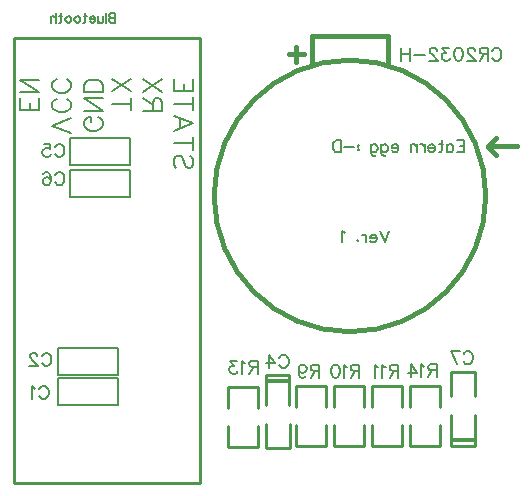
<source format=gbo>
G04 ---------------------------- Layer name :BOTTOM SILK LAYER*
G04 EasyEDA v5.5.14, Thu, 21 Jun 2018 15:21:40 GMT*
G04 9a38f802714640338dee6b1ee23c8345*
G04 Gerber Generator version 0.2*
G04 Scale: 100 percent, Rotated: No, Reflected: No *
G04 Dimensions in millimeters *
G04 leading zeros omitted , absolute positions ,3 integer and 3 decimal *
%FSLAX33Y33*%
%MOMM*%
G90*
G71D02*

%ADD10C,0.254000*%
%ADD12C,0.449999*%
%ADD38C,0.203200*%
%ADD40C,0.330200*%
%ADD43C,0.177800*%
%ADD45C,0.387096*%
%ADD46C,0.152400*%

%LPD*%
G54D45*
G01X28699Y40200D02*
G01X27409Y40200D01*
G01X28054Y39555D02*
G01X28054Y40845D01*
G01X35799Y41099D02*
G01X35799Y41744D01*
G01X35799Y41744D02*
G01X29347Y41744D01*
G01X29347Y41744D02*
G01X29347Y41099D01*
G01X35799Y39270D02*
G01X35799Y41099D01*
G01X29350Y41099D02*
G01X29350Y39359D01*
G54D10*
G01X4171Y41564D02*
G01X19934Y41564D01*
G01X19934Y3980D01*
G01X19934Y3921D02*
G01X4171Y3921D01*
G01X4171Y4521D01*
G01X4171Y41506D02*
G01X4171Y4521D01*
G01X30573Y8840D02*
G01X30573Y7062D01*
G01X28033Y7062D01*
G01X28033Y8840D01*
G01X28033Y10364D02*
G01X28033Y12142D01*
G01X30573Y12142D01*
G01X30573Y10364D01*
G01X24816Y8687D02*
G01X24816Y6909D01*
G01X22276Y6909D01*
G01X22276Y8687D01*
G01X22276Y10211D02*
G01X22276Y11989D01*
G01X24816Y11989D01*
G01X24816Y10211D01*
G01X34429Y10362D02*
G01X34429Y12140D01*
G01X36969Y12140D01*
G01X36969Y10362D01*
G01X36969Y8838D02*
G01X36969Y7060D01*
G01X34429Y7060D01*
G01X34429Y8838D01*
G01X31227Y10362D02*
G01X31227Y12140D01*
G01X33767Y12140D01*
G01X33767Y10362D01*
G01X33767Y8838D02*
G01X33767Y7060D01*
G01X31227Y7060D01*
G01X31227Y8838D01*
G01X37679Y10360D02*
G01X37679Y12138D01*
G01X40219Y12138D01*
G01X40219Y10360D01*
G01X40219Y8836D02*
G01X40219Y7058D01*
G01X37679Y7058D01*
G01X37679Y8836D01*
G01X41184Y9660D02*
G01X41184Y7069D01*
G01X43165Y7069D01*
G01X43165Y9660D01*
G54D40*
G01X43115Y7577D02*
G01X41235Y7577D01*
G54D10*
G01X43165Y11285D02*
G01X43165Y13327D01*
G01X41164Y13327D01*
G01X41164Y11285D01*
G01X27465Y10489D02*
G01X27465Y13080D01*
G01X25483Y13080D01*
G01X25483Y10489D01*
G54D40*
G01X25534Y12572D02*
G01X27414Y12572D01*
G54D10*
G01X25483Y8864D02*
G01X25483Y6822D01*
G01X27485Y6822D01*
G01X27485Y8864D01*
G54D46*
G01X9384Y15365D02*
G01X7860Y15365D01*
G01X7860Y13079D01*
G01X12940Y13079D01*
G01X12940Y15365D01*
G01X9130Y15365D01*
G01X9384Y12765D02*
G01X7860Y12765D01*
G01X7860Y10479D01*
G01X12940Y10479D01*
G01X12940Y12765D01*
G01X9130Y12765D01*
G01X12415Y28134D02*
G01X13939Y28134D01*
G01X13939Y30420D01*
G01X8859Y30420D01*
G01X8859Y28134D01*
G01X12669Y28134D01*
G01X12415Y30834D02*
G01X13939Y30834D01*
G01X13939Y33120D01*
G01X8859Y33120D01*
G01X8859Y30834D01*
G01X12669Y30834D01*
G54D12*
G01X46749Y32400D02*
G01X44249Y32400D01*
G01X44249Y32349D01*
G01X44950Y31650D01*
G01X44249Y32400D02*
G01X44999Y33098D01*
G54D43*
G01X44649Y40490D02*
G01X44701Y40594D01*
G01X44805Y40697D01*
G01X44909Y40749D01*
G01X45117Y40749D01*
G01X45221Y40697D01*
G01X45324Y40594D01*
G01X45376Y40490D01*
G01X45428Y40334D01*
G01X45428Y40074D01*
G01X45376Y39918D01*
G01X45324Y39814D01*
G01X45221Y39710D01*
G01X45117Y39658D01*
G01X44909Y39658D01*
G01X44805Y39710D01*
G01X44701Y39814D01*
G01X44649Y39918D01*
G01X44306Y40749D02*
G01X44306Y39658D01*
G01X44306Y40749D02*
G01X43839Y40749D01*
G01X43683Y40697D01*
G01X43631Y40646D01*
G01X43579Y40542D01*
G01X43579Y40438D01*
G01X43631Y40334D01*
G01X43683Y40282D01*
G01X43839Y40230D01*
G01X44306Y40230D01*
G01X43942Y40230D02*
G01X43579Y39658D01*
G01X43184Y40490D02*
G01X43184Y40542D01*
G01X43132Y40646D01*
G01X43080Y40697D01*
G01X42976Y40749D01*
G01X42768Y40749D01*
G01X42664Y40697D01*
G01X42612Y40646D01*
G01X42560Y40542D01*
G01X42560Y40438D01*
G01X42612Y40334D01*
G01X42716Y40178D01*
G01X43236Y39658D01*
G01X42509Y39658D01*
G01X41854Y40749D02*
G01X42010Y40697D01*
G01X42114Y40542D01*
G01X42166Y40282D01*
G01X42166Y40126D01*
G01X42114Y39866D01*
G01X42010Y39710D01*
G01X41854Y39658D01*
G01X41750Y39658D01*
G01X41594Y39710D01*
G01X41490Y39866D01*
G01X41438Y40126D01*
G01X41438Y40282D01*
G01X41490Y40542D01*
G01X41594Y40697D01*
G01X41750Y40749D01*
G01X41854Y40749D01*
G01X40991Y40749D02*
G01X40420Y40749D01*
G01X40732Y40334D01*
G01X40576Y40334D01*
G01X40472Y40282D01*
G01X40420Y40230D01*
G01X40368Y40074D01*
G01X40368Y39970D01*
G01X40420Y39814D01*
G01X40524Y39710D01*
G01X40680Y39658D01*
G01X40836Y39658D01*
G01X40991Y39710D01*
G01X41043Y39762D01*
G01X41095Y39866D01*
G01X39973Y40490D02*
G01X39973Y40542D01*
G01X39921Y40646D01*
G01X39869Y40697D01*
G01X39765Y40749D01*
G01X39557Y40749D01*
G01X39454Y40697D01*
G01X39402Y40646D01*
G01X39350Y40542D01*
G01X39350Y40438D01*
G01X39402Y40334D01*
G01X39506Y40178D01*
G01X40025Y39658D01*
G01X39298Y39658D01*
G01X38955Y40126D02*
G01X38020Y40126D01*
G01X37677Y40749D02*
G01X37677Y39658D01*
G01X36949Y40749D02*
G01X36949Y39658D01*
G01X37677Y40230D02*
G01X36949Y40230D01*
G01X12749Y43687D02*
G01X12749Y42882D01*
G01X12749Y43687D02*
G01X12404Y43687D01*
G01X12289Y43649D01*
G01X12250Y43610D01*
G01X12212Y43534D01*
G01X12212Y43457D01*
G01X12250Y43380D01*
G01X12289Y43342D01*
G01X12404Y43304D01*
G01X12749Y43304D02*
G01X12404Y43304D01*
G01X12289Y43265D01*
G01X12250Y43227D01*
G01X12212Y43150D01*
G01X12212Y43035D01*
G01X12250Y42959D01*
G01X12289Y42920D01*
G01X12404Y42882D01*
G01X12749Y42882D01*
G01X11959Y43687D02*
G01X11959Y42882D01*
G01X11706Y43419D02*
G01X11706Y43035D01*
G01X11668Y42920D01*
G01X11591Y42882D01*
G01X11476Y42882D01*
G01X11400Y42920D01*
G01X11285Y43035D01*
G01X11285Y43419D02*
G01X11285Y42882D01*
G01X11032Y43189D02*
G01X10572Y43189D01*
G01X10572Y43265D01*
G01X10610Y43342D01*
G01X10649Y43380D01*
G01X10725Y43419D01*
G01X10840Y43419D01*
G01X10917Y43380D01*
G01X10994Y43304D01*
G01X11032Y43189D01*
G01X11032Y43112D01*
G01X10994Y42997D01*
G01X10917Y42920D01*
G01X10840Y42882D01*
G01X10725Y42882D01*
G01X10649Y42920D01*
G01X10572Y42997D01*
G01X10204Y43687D02*
G01X10204Y43035D01*
G01X10166Y42920D01*
G01X10089Y42882D01*
G01X10013Y42882D01*
G01X10319Y43419D02*
G01X10051Y43419D01*
G01X9568Y43419D02*
G01X9645Y43380D01*
G01X9721Y43304D01*
G01X9760Y43189D01*
G01X9760Y43112D01*
G01X9721Y42997D01*
G01X9645Y42920D01*
G01X9568Y42882D01*
G01X9453Y42882D01*
G01X9377Y42920D01*
G01X9300Y42997D01*
G01X9262Y43112D01*
G01X9262Y43189D01*
G01X9300Y43304D01*
G01X9377Y43380D01*
G01X9453Y43419D01*
G01X9568Y43419D01*
G01X8817Y43419D02*
G01X8894Y43380D01*
G01X8970Y43304D01*
G01X9009Y43189D01*
G01X9009Y43112D01*
G01X8970Y42997D01*
G01X8894Y42920D01*
G01X8817Y42882D01*
G01X8702Y42882D01*
G01X8625Y42920D01*
G01X8549Y42997D01*
G01X8511Y43112D01*
G01X8511Y43189D01*
G01X8549Y43304D01*
G01X8625Y43380D01*
G01X8702Y43419D01*
G01X8817Y43419D01*
G01X8143Y43687D02*
G01X8143Y43035D01*
G01X8104Y42920D01*
G01X8028Y42882D01*
G01X7951Y42882D01*
G01X8258Y43419D02*
G01X7989Y43419D01*
G01X7698Y43687D02*
G01X7698Y42882D01*
G01X7698Y43265D02*
G01X7583Y43380D01*
G01X7507Y43419D01*
G01X7392Y43419D01*
G01X7315Y43380D01*
G01X7277Y43265D01*
G01X7277Y42882D01*
G54D38*
G01X19073Y31616D02*
G01X19225Y31461D01*
G01X19304Y31230D01*
G01X19304Y30923D01*
G01X19225Y30689D01*
G01X19073Y30534D01*
G01X18918Y30534D01*
G01X18763Y30613D01*
G01X18684Y30689D01*
G01X18608Y30844D01*
G01X18453Y31309D01*
G01X18377Y31461D01*
G01X18298Y31540D01*
G01X18146Y31616D01*
G01X17912Y31616D01*
G01X17757Y31461D01*
G01X17681Y31230D01*
G01X17681Y30923D01*
G01X17757Y30689D01*
G01X17912Y30534D01*
G01X19304Y32668D02*
G01X17681Y32668D01*
G01X19304Y32127D02*
G01X19304Y33209D01*
G01X19304Y34337D02*
G01X17681Y33720D01*
G01X19304Y34337D02*
G01X17681Y34957D01*
G01X18222Y33951D02*
G01X18222Y34723D01*
G01X19304Y36006D02*
G01X17681Y36006D01*
G01X19304Y35465D02*
G01X19304Y36547D01*
G01X19304Y37057D02*
G01X17681Y37057D01*
G01X19304Y37057D02*
G01X19304Y38063D01*
G01X18532Y37057D02*
G01X18532Y37674D01*
G01X17681Y37057D02*
G01X17681Y38063D01*
G01X16665Y35391D02*
G01X15044Y35391D01*
G01X16665Y35391D02*
G01X16665Y36087D01*
G01X16589Y36318D01*
G01X16513Y36395D01*
G01X16358Y36473D01*
G01X16203Y36473D01*
G01X16048Y36395D01*
G01X15972Y36318D01*
G01X15893Y36087D01*
G01X15893Y35391D01*
G01X15893Y35932D02*
G01X15044Y36473D01*
G01X16665Y36981D02*
G01X15044Y38063D01*
G01X16665Y38063D02*
G01X15044Y36981D01*
G01X14088Y35992D02*
G01X12465Y35992D01*
G01X14088Y35451D02*
G01X14088Y36533D01*
G01X14088Y37043D02*
G01X12465Y38125D01*
G01X14088Y38125D02*
G01X12465Y37043D01*
G01X11306Y34871D02*
G01X11458Y34795D01*
G01X11613Y34640D01*
G01X11692Y34485D01*
G01X11692Y34175D01*
G01X11613Y34020D01*
G01X11458Y33868D01*
G01X11306Y33789D01*
G01X11072Y33713D01*
G01X10686Y33713D01*
G01X10455Y33789D01*
G01X10300Y33868D01*
G01X10145Y34020D01*
G01X10069Y34175D01*
G01X10069Y34485D01*
G01X10145Y34640D01*
G01X10300Y34795D01*
G01X10455Y34871D01*
G01X10686Y34871D01*
G01X10686Y34485D02*
G01X10686Y34871D01*
G01X11692Y35382D02*
G01X10069Y35382D01*
G01X11692Y35382D02*
G01X10069Y36464D01*
G01X11692Y36464D02*
G01X10069Y36464D01*
G01X11692Y36974D02*
G01X10069Y36974D01*
G01X11692Y36974D02*
G01X11692Y37515D01*
G01X11613Y37746D01*
G01X11458Y37901D01*
G01X11306Y37978D01*
G01X11072Y38056D01*
G01X10686Y38056D01*
G01X10455Y37978D01*
G01X10300Y37901D01*
G01X10145Y37746D01*
G01X10069Y37515D01*
G01X10069Y36974D01*
G01X8994Y33534D02*
G01X7371Y34151D01*
G01X8994Y34768D02*
G01X7371Y34151D01*
G01X8608Y36437D02*
G01X8760Y36361D01*
G01X8915Y36206D01*
G01X8994Y36051D01*
G01X8994Y35743D01*
G01X8915Y35588D01*
G01X8760Y35434D01*
G01X8608Y35357D01*
G01X8374Y35279D01*
G01X7988Y35279D01*
G01X7757Y35357D01*
G01X7602Y35434D01*
G01X7447Y35588D01*
G01X7371Y35743D01*
G01X7371Y36051D01*
G01X7447Y36206D01*
G01X7602Y36361D01*
G01X7757Y36437D01*
G01X8608Y38108D02*
G01X8760Y38029D01*
G01X8915Y37874D01*
G01X8994Y37720D01*
G01X8994Y37412D01*
G01X8915Y37257D01*
G01X8760Y37102D01*
G01X8608Y37026D01*
G01X8374Y36947D01*
G01X7988Y36947D01*
G01X7757Y37026D01*
G01X7602Y37102D01*
G01X7447Y37257D01*
G01X7371Y37412D01*
G01X7371Y37720D01*
G01X7447Y37874D01*
G01X7602Y38029D01*
G01X7757Y38108D01*
G01X6297Y35452D02*
G01X4674Y35452D01*
G01X6297Y35452D02*
G01X6297Y36455D01*
G01X5522Y35452D02*
G01X5522Y36069D01*
G01X4674Y35452D02*
G01X4674Y36455D01*
G01X6297Y36966D02*
G01X4674Y36966D01*
G01X6297Y36966D02*
G01X4674Y38048D01*
G01X6297Y38048D02*
G01X4674Y38048D01*
G54D43*
G01X29994Y13899D02*
G01X29994Y12810D01*
G01X29994Y13899D02*
G01X29527Y13899D01*
G01X29372Y13849D01*
G01X29319Y13798D01*
G01X29268Y13694D01*
G01X29268Y13590D01*
G01X29319Y13485D01*
G01X29372Y13432D01*
G01X29527Y13381D01*
G01X29994Y13381D01*
G01X29631Y13381D02*
G01X29268Y12810D01*
G01X28249Y13536D02*
G01X28300Y13381D01*
G01X28404Y13277D01*
G01X28559Y13226D01*
G01X28613Y13226D01*
G01X28768Y13277D01*
G01X28872Y13381D01*
G01X28925Y13536D01*
G01X28925Y13590D01*
G01X28872Y13745D01*
G01X28768Y13849D01*
G01X28613Y13899D01*
G01X28559Y13899D01*
G01X28404Y13849D01*
G01X28300Y13745D01*
G01X28249Y13536D01*
G01X28249Y13277D01*
G01X28300Y13018D01*
G01X28404Y12861D01*
G01X28559Y12810D01*
G01X28664Y12810D01*
G01X28821Y12861D01*
G01X28872Y12965D01*
G01X24800Y14249D02*
G01X24800Y13160D01*
G01X24800Y14249D02*
G01X24332Y14249D01*
G01X24177Y14199D01*
G01X24124Y14148D01*
G01X24073Y14044D01*
G01X24073Y13940D01*
G01X24124Y13835D01*
G01X24177Y13782D01*
G01X24332Y13731D01*
G01X24800Y13731D01*
G01X24437Y13731D02*
G01X24073Y13160D01*
G01X23730Y14044D02*
G01X23626Y14095D01*
G01X23469Y14249D01*
G01X23469Y13160D01*
G01X23022Y14249D02*
G01X22450Y14249D01*
G01X22763Y13835D01*
G01X22608Y13835D01*
G01X22504Y13782D01*
G01X22450Y13731D01*
G01X22399Y13576D01*
G01X22399Y13472D01*
G01X22450Y13315D01*
G01X22554Y13211D01*
G01X22712Y13160D01*
G01X22867Y13160D01*
G01X23022Y13211D01*
G01X23075Y13264D01*
G01X23126Y13368D01*
G01X36682Y13899D02*
G01X36682Y12810D01*
G01X36682Y13899D02*
G01X36215Y13899D01*
G01X36060Y13849D01*
G01X36007Y13798D01*
G01X35956Y13694D01*
G01X35956Y13590D01*
G01X36007Y13485D01*
G01X36060Y13432D01*
G01X36215Y13381D01*
G01X36682Y13381D01*
G01X36319Y13381D02*
G01X35956Y12810D01*
G01X35613Y13694D02*
G01X35509Y13745D01*
G01X35351Y13899D01*
G01X35351Y12810D01*
G01X35008Y13694D02*
G01X34904Y13745D01*
G01X34749Y13899D01*
G01X34749Y12810D01*
G01X33400Y13899D02*
G01X33400Y12810D01*
G01X33400Y13899D02*
G01X32932Y13899D01*
G01X32777Y13849D01*
G01X32724Y13798D01*
G01X32673Y13694D01*
G01X32673Y13590D01*
G01X32724Y13485D01*
G01X32777Y13432D01*
G01X32932Y13381D01*
G01X33400Y13381D01*
G01X33036Y13381D02*
G01X32673Y12810D01*
G01X32330Y13694D02*
G01X32226Y13745D01*
G01X32069Y13899D01*
G01X32069Y12810D01*
G01X31416Y13899D02*
G01X31571Y13849D01*
G01X31675Y13694D01*
G01X31726Y13432D01*
G01X31726Y13277D01*
G01X31675Y13018D01*
G01X31571Y12861D01*
G01X31416Y12810D01*
G01X31312Y12810D01*
G01X31154Y12861D01*
G01X31050Y13018D01*
G01X30999Y13277D01*
G01X30999Y13432D01*
G01X31050Y13694D01*
G01X31154Y13849D01*
G01X31312Y13899D01*
G01X31416Y13899D01*
G01X39950Y13949D02*
G01X39950Y12860D01*
G01X39950Y13949D02*
G01X39483Y13949D01*
G01X39328Y13899D01*
G01X39275Y13848D01*
G01X39224Y13744D01*
G01X39224Y13640D01*
G01X39275Y13535D01*
G01X39328Y13482D01*
G01X39483Y13431D01*
G01X39950Y13431D01*
G01X39587Y13431D02*
G01X39224Y12860D01*
G01X38881Y13744D02*
G01X38777Y13795D01*
G01X38620Y13949D01*
G01X38620Y12860D01*
G01X37758Y13949D02*
G01X38277Y13223D01*
G01X37499Y13223D01*
G01X37758Y13949D02*
G01X37758Y12860D01*
G01X42219Y14790D02*
G01X42272Y14894D01*
G01X42376Y14999D01*
G01X42478Y15049D01*
G01X42686Y15049D01*
G01X42790Y14999D01*
G01X42894Y14894D01*
G01X42948Y14790D01*
G01X42999Y14635D01*
G01X42999Y14376D01*
G01X42948Y14219D01*
G01X42894Y14115D01*
G01X42790Y14011D01*
G01X42686Y13960D01*
G01X42478Y13960D01*
G01X42376Y14011D01*
G01X42272Y14115D01*
G01X42219Y14219D01*
G01X41149Y15049D02*
G01X41668Y13960D01*
G01X41876Y15049D02*
G01X41149Y15049D01*
G01X26622Y14490D02*
G01X26675Y14594D01*
G01X26780Y14699D01*
G01X26881Y14749D01*
G01X27090Y14749D01*
G01X27194Y14699D01*
G01X27298Y14594D01*
G01X27351Y14490D01*
G01X27402Y14335D01*
G01X27402Y14076D01*
G01X27351Y13919D01*
G01X27298Y13815D01*
G01X27194Y13711D01*
G01X27090Y13660D01*
G01X26881Y13660D01*
G01X26780Y13711D01*
G01X26675Y13815D01*
G01X26622Y13919D01*
G01X25761Y14749D02*
G01X26279Y14023D01*
G01X25499Y14023D01*
G01X25761Y14749D02*
G01X25761Y13660D01*
G01X6519Y14640D02*
G01X6572Y14744D01*
G01X6676Y14849D01*
G01X6778Y14899D01*
G01X6986Y14899D01*
G01X7090Y14849D01*
G01X7194Y14744D01*
G01X7248Y14640D01*
G01X7299Y14485D01*
G01X7299Y14226D01*
G01X7248Y14069D01*
G01X7194Y13965D01*
G01X7090Y13861D01*
G01X6986Y13810D01*
G01X6778Y13810D01*
G01X6676Y13861D01*
G01X6572Y13965D01*
G01X6519Y14069D01*
G01X6125Y14640D02*
G01X6125Y14694D01*
G01X6072Y14798D01*
G01X6021Y14849D01*
G01X5917Y14899D01*
G01X5709Y14899D01*
G01X5604Y14849D01*
G01X5554Y14798D01*
G01X5500Y14694D01*
G01X5500Y14590D01*
G01X5554Y14485D01*
G01X5658Y14328D01*
G01X6176Y13810D01*
G01X5450Y13810D01*
G01X6301Y11840D02*
G01X6355Y11944D01*
G01X6459Y12049D01*
G01X6560Y12099D01*
G01X6769Y12099D01*
G01X6873Y12049D01*
G01X6977Y11944D01*
G01X7030Y11840D01*
G01X7081Y11685D01*
G01X7081Y11426D01*
G01X7030Y11269D01*
G01X6977Y11165D01*
G01X6873Y11061D01*
G01X6769Y11010D01*
G01X6560Y11010D01*
G01X6459Y11061D01*
G01X6355Y11165D01*
G01X6301Y11269D01*
G01X5959Y11894D02*
G01X5854Y11944D01*
G01X5699Y12099D01*
G01X5699Y11010D01*
G01X7618Y29940D02*
G01X7671Y30044D01*
G01X7776Y30149D01*
G01X7877Y30199D01*
G01X8085Y30199D01*
G01X8190Y30149D01*
G01X8294Y30044D01*
G01X8347Y29940D01*
G01X8398Y29785D01*
G01X8398Y29526D01*
G01X8347Y29369D01*
G01X8294Y29265D01*
G01X8190Y29161D01*
G01X8085Y29110D01*
G01X7877Y29110D01*
G01X7776Y29161D01*
G01X7671Y29265D01*
G01X7618Y29369D01*
G01X6653Y30044D02*
G01X6704Y30149D01*
G01X6861Y30199D01*
G01X6963Y30199D01*
G01X7120Y30149D01*
G01X7224Y29994D01*
G01X7275Y29732D01*
G01X7275Y29473D01*
G01X7224Y29265D01*
G01X7120Y29161D01*
G01X6963Y29110D01*
G01X6912Y29110D01*
G01X6757Y29161D01*
G01X6653Y29265D01*
G01X6599Y29422D01*
G01X6599Y29473D01*
G01X6653Y29628D01*
G01X6757Y29732D01*
G01X6912Y29785D01*
G01X6963Y29785D01*
G01X7120Y29732D01*
G01X7224Y29628D01*
G01X7275Y29473D01*
G01X7619Y32340D02*
G01X7672Y32444D01*
G01X7776Y32549D01*
G01X7878Y32599D01*
G01X8086Y32599D01*
G01X8190Y32549D01*
G01X8294Y32444D01*
G01X8348Y32340D01*
G01X8399Y32185D01*
G01X8399Y31926D01*
G01X8348Y31769D01*
G01X8294Y31665D01*
G01X8190Y31561D01*
G01X8086Y31510D01*
G01X7878Y31510D01*
G01X7776Y31561D01*
G01X7672Y31665D01*
G01X7619Y31769D01*
G01X6654Y32599D02*
G01X7172Y32599D01*
G01X7225Y32132D01*
G01X7172Y32185D01*
G01X7017Y32236D01*
G01X6862Y32236D01*
G01X6704Y32185D01*
G01X6600Y32081D01*
G01X6549Y31926D01*
G01X6549Y31822D01*
G01X6600Y31665D01*
G01X6704Y31561D01*
G01X6862Y31510D01*
G01X7017Y31510D01*
G01X7172Y31561D01*
G01X7225Y31614D01*
G01X7276Y31718D01*
G54D38*
G01X35927Y25249D02*
G01X35552Y24264D01*
G01X35177Y25249D02*
G01X35552Y24264D01*
G01X34867Y24640D02*
G01X34304Y24640D01*
G01X34304Y24733D01*
G01X34351Y24827D01*
G01X34398Y24874D01*
G01X34492Y24921D01*
G01X34633Y24921D01*
G01X34726Y24874D01*
G01X34820Y24780D01*
G01X34867Y24640D01*
G01X34867Y24546D01*
G01X34820Y24405D01*
G01X34726Y24311D01*
G01X34633Y24264D01*
G01X34492Y24264D01*
G01X34398Y24311D01*
G01X34304Y24405D01*
G01X33995Y24921D02*
G01X33995Y24264D01*
G01X33995Y24640D02*
G01X33948Y24780D01*
G01X33854Y24874D01*
G01X33760Y24921D01*
G01X33619Y24921D01*
G01X33263Y24499D02*
G01X33310Y24452D01*
G01X33263Y24405D01*
G01X33216Y24452D01*
G01X33263Y24499D01*
G01X32184Y25062D02*
G01X32090Y25109D01*
G01X31949Y25249D01*
G01X31949Y24264D01*
G01X42286Y32899D02*
G01X42286Y31914D01*
G01X42286Y32899D02*
G01X41676Y32899D01*
G01X42286Y32430D02*
G01X41910Y32430D01*
G01X42286Y31914D02*
G01X41676Y31914D01*
G01X40803Y32571D02*
G01X40803Y31914D01*
G01X40803Y32430D02*
G01X40897Y32524D01*
G01X40991Y32571D01*
G01X41132Y32571D01*
G01X41226Y32524D01*
G01X41319Y32430D01*
G01X41366Y32290D01*
G01X41366Y32196D01*
G01X41319Y32055D01*
G01X41226Y31961D01*
G01X41132Y31914D01*
G01X40991Y31914D01*
G01X40897Y31961D01*
G01X40803Y32055D01*
G01X40353Y32899D02*
G01X40353Y32102D01*
G01X40306Y31961D01*
G01X40212Y31914D01*
G01X40118Y31914D01*
G01X40494Y32571D02*
G01X40165Y32571D01*
G01X39809Y32290D02*
G01X39246Y32290D01*
G01X39246Y32383D01*
G01X39293Y32477D01*
G01X39340Y32524D01*
G01X39434Y32571D01*
G01X39574Y32571D01*
G01X39668Y32524D01*
G01X39762Y32430D01*
G01X39809Y32290D01*
G01X39809Y32196D01*
G01X39762Y32055D01*
G01X39668Y31961D01*
G01X39574Y31914D01*
G01X39434Y31914D01*
G01X39340Y31961D01*
G01X39246Y32055D01*
G01X38936Y32571D02*
G01X38936Y31914D01*
G01X38936Y32290D02*
G01X38889Y32430D01*
G01X38796Y32524D01*
G01X38702Y32571D01*
G01X38561Y32571D01*
G01X38251Y32571D02*
G01X38251Y31914D01*
G01X38251Y32383D02*
G01X38111Y32524D01*
G01X38017Y32571D01*
G01X37876Y32571D01*
G01X37782Y32524D01*
G01X37735Y32383D01*
G01X37735Y31914D01*
G01X36703Y32290D02*
G01X36141Y32290D01*
G01X36141Y32383D01*
G01X36187Y32477D01*
G01X36234Y32524D01*
G01X36328Y32571D01*
G01X36469Y32571D01*
G01X36563Y32524D01*
G01X36657Y32430D01*
G01X36703Y32290D01*
G01X36703Y32196D01*
G01X36657Y32055D01*
G01X36563Y31961D01*
G01X36469Y31914D01*
G01X36328Y31914D01*
G01X36234Y31961D01*
G01X36141Y32055D01*
G01X35268Y32571D02*
G01X35268Y31820D01*
G01X35315Y31680D01*
G01X35362Y31633D01*
G01X35456Y31586D01*
G01X35596Y31586D01*
G01X35690Y31633D01*
G01X35268Y32430D02*
G01X35362Y32524D01*
G01X35456Y32571D01*
G01X35596Y32571D01*
G01X35690Y32524D01*
G01X35784Y32430D01*
G01X35831Y32290D01*
G01X35831Y32196D01*
G01X35784Y32055D01*
G01X35690Y31961D01*
G01X35596Y31914D01*
G01X35456Y31914D01*
G01X35362Y31961D01*
G01X35268Y32055D01*
G01X34396Y32571D02*
G01X34396Y31820D01*
G01X34442Y31680D01*
G01X34489Y31633D01*
G01X34583Y31586D01*
G01X34724Y31586D01*
G01X34818Y31633D01*
G01X34396Y32430D02*
G01X34489Y32524D01*
G01X34583Y32571D01*
G01X34724Y32571D01*
G01X34818Y32524D01*
G01X34912Y32430D01*
G01X34958Y32290D01*
G01X34958Y32196D01*
G01X34912Y32055D01*
G01X34818Y31961D01*
G01X34724Y31914D01*
G01X34583Y31914D01*
G01X34489Y31961D01*
G01X34396Y32055D01*
G01X33317Y32477D02*
G01X33364Y32430D01*
G01X33317Y32383D01*
G01X33270Y32430D01*
G01X33317Y32477D01*
G01X33317Y32149D02*
G01X33364Y32102D01*
G01X33317Y32055D01*
G01X33270Y32102D01*
G01X33317Y32149D01*
G01X32960Y32336D02*
G01X32116Y32336D01*
G01X31806Y32899D02*
G01X31806Y31914D01*
G01X31806Y32899D02*
G01X31478Y32899D01*
G01X31337Y32852D01*
G01X31243Y32759D01*
G01X31196Y32665D01*
G01X31149Y32524D01*
G01X31149Y32290D01*
G01X31196Y32149D01*
G01X31243Y32055D01*
G01X31337Y31961D01*
G01X31478Y31914D01*
G01X31806Y31914D01*
G54D45*
G75*
G01X44100Y28200D02*
G03X44100Y28200I-11500J0D01*
G01*
M00*
M02*

</source>
